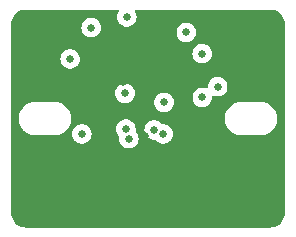
<source format=gbr>
%TF.GenerationSoftware,KiCad,Pcbnew,7.0.6*%
%TF.CreationDate,2024-06-20T12:42:18-04:00*%
%TF.ProjectId,ActiveImpactor_Encoder_Celera,41637469-7665-4496-9d70-6163746f725f,rev?*%
%TF.SameCoordinates,Original*%
%TF.FileFunction,Copper,L2,Inr*%
%TF.FilePolarity,Positive*%
%FSLAX46Y46*%
G04 Gerber Fmt 4.6, Leading zero omitted, Abs format (unit mm)*
G04 Created by KiCad (PCBNEW 7.0.6) date 2024-06-20 12:42:18*
%MOMM*%
%LPD*%
G01*
G04 APERTURE LIST*
%TA.AperFunction,ViaPad*%
%ADD10C,0.650000*%
%TD*%
G04 APERTURE END LIST*
D10*
%TO.N,Net-(D101-K)*%
X-5600000Y-1300000D03*
%TO.N,GND*%
X1451289Y4365147D03*
%TO.N,A+*%
X5900000Y2700000D03*
%TO.N,A-*%
X4604502Y1800000D03*
%TO.N,IW-*%
X4600000Y5500000D03*
%TO.N,IW+*%
X3250000Y7300000D03*
%TO.N,B+*%
X-4800000Y7700000D03*
%TO.N,B-*%
X-1800000Y8600000D03*
%TO.N,Net-(U101-+5VD)*%
X-6592955Y5048341D03*
%TO.N,GND*%
X-2100000Y3100000D03*
X-1500000Y700000D03*
X-6600000Y6600000D03*
%TO.N,Net-(U101-CP+)*%
X1362180Y1370023D03*
%TO.N,Net-(D101-A)*%
X-1870888Y-887165D03*
%TO.N,+5V*%
X519184Y-965365D03*
%TO.N,Net-(U101-S+)*%
X-1949124Y2134051D03*
%TO.N,Net-(U101-DC2)*%
X1300000Y-1300000D03*
%TO.N,GND*%
X2500000Y-2900000D03*
X4500000Y-3400000D03*
X-274500Y-1499500D03*
%TO.N,Net-(U101-DC1)*%
X-1624000Y-1700000D03*
%TD*%
%TA.AperFunction,Conductor*%
%TO.N,GND*%
G36*
X-2540385Y9204815D02*
G01*
X-2494630Y9152011D01*
X-2484686Y9082853D01*
X-2500036Y9038500D01*
X-2558286Y8937611D01*
X-2611908Y8772576D01*
X-2630047Y8600000D01*
X-2611908Y8427424D01*
X-2558286Y8262389D01*
X-2471523Y8112112D01*
X-2355411Y7983156D01*
X-2215023Y7881157D01*
X-2056504Y7810579D01*
X-2056498Y7810577D01*
X-1922841Y7782168D01*
X-1886764Y7774500D01*
X-1886763Y7774500D01*
X-1713237Y7774500D01*
X-1713236Y7774500D01*
X-1683483Y7780824D01*
X-1543501Y7810577D01*
X-1543495Y7810579D01*
X-1384976Y7881157D01*
X-1244588Y7983156D01*
X-1128477Y8112112D01*
X-1041712Y8262391D01*
X-988093Y8427420D01*
X-988092Y8427421D01*
X-988092Y8427424D01*
X-969953Y8600000D01*
X-988092Y8772576D01*
X-989382Y8776547D01*
X-1041712Y8937608D01*
X-1099963Y9038500D01*
X-1116436Y9106400D01*
X-1093584Y9172427D01*
X-1038662Y9215617D01*
X-992576Y9224500D01*
X10271155Y9224500D01*
X10316310Y9224500D01*
X10321177Y9224309D01*
X10510353Y9209420D01*
X10529571Y9206376D01*
X10706965Y9163788D01*
X10725472Y9157775D01*
X10894017Y9087960D01*
X10911352Y9079127D01*
X11066910Y8983802D01*
X11082653Y8972364D01*
X11221375Y8853883D01*
X11235133Y8840125D01*
X11353614Y8701403D01*
X11365052Y8685660D01*
X11460377Y8530102D01*
X11469210Y8512767D01*
X11539025Y8344222D01*
X11545038Y8325715D01*
X11587626Y8148321D01*
X11590670Y8129103D01*
X11605559Y7939926D01*
X11605750Y7935059D01*
X11605750Y-7935059D01*
X11605559Y-7939926D01*
X11590670Y-8129103D01*
X11587626Y-8148321D01*
X11545038Y-8325715D01*
X11539025Y-8344222D01*
X11469210Y-8512767D01*
X11460377Y-8530102D01*
X11365052Y-8685660D01*
X11353614Y-8701403D01*
X11235133Y-8840125D01*
X11221375Y-8853883D01*
X11082653Y-8972364D01*
X11066910Y-8983802D01*
X10911352Y-9079127D01*
X10894017Y-9087960D01*
X10725472Y-9157775D01*
X10706965Y-9163788D01*
X10529571Y-9206376D01*
X10510353Y-9209420D01*
X10321177Y-9224309D01*
X10316310Y-9224500D01*
X-10316310Y-9224500D01*
X-10321177Y-9224309D01*
X-10510353Y-9209420D01*
X-10529571Y-9206376D01*
X-10706965Y-9163788D01*
X-10725472Y-9157775D01*
X-10894017Y-9087960D01*
X-10911352Y-9079127D01*
X-11066910Y-8983802D01*
X-11082653Y-8972364D01*
X-11221375Y-8853883D01*
X-11235133Y-8840125D01*
X-11353614Y-8701403D01*
X-11365052Y-8685660D01*
X-11460377Y-8530102D01*
X-11469210Y-8512767D01*
X-11539025Y-8344222D01*
X-11545038Y-8325715D01*
X-11587626Y-8148321D01*
X-11590670Y-8129103D01*
X-11605559Y-7939926D01*
X-11605750Y-7935059D01*
X-11605750Y-112611D01*
X-10955800Y-112611D01*
X-10936227Y-236183D01*
X-10920569Y-335046D01*
X-10850974Y-549236D01*
X-10748730Y-749902D01*
X-10616353Y-932103D01*
X-10457103Y-1091353D01*
X-10274902Y-1223730D01*
X-10074236Y-1325974D01*
X-9860046Y-1395569D01*
X-9761183Y-1411227D01*
X-9637611Y-1430800D01*
X-9637606Y-1430800D01*
X-7824889Y-1430800D01*
X-7685869Y-1408780D01*
X-7602454Y-1395569D01*
X-7388264Y-1325974D01*
X-7337287Y-1300000D01*
X-6430047Y-1300000D01*
X-6411908Y-1472576D01*
X-6358286Y-1637611D01*
X-6271522Y-1787889D01*
X-6155410Y-1916845D01*
X-6015024Y-2018842D01*
X-5972868Y-2037611D01*
X-5856504Y-2089420D01*
X-5856501Y-2089420D01*
X-5856499Y-2089422D01*
X-5686764Y-2125500D01*
X-5686762Y-2125500D01*
X-5513237Y-2125500D01*
X-5513236Y-2125500D01*
X-5343501Y-2089422D01*
X-5343495Y-2089420D01*
X-5184976Y-2018842D01*
X-5044590Y-1916845D01*
X-4928478Y-1787889D01*
X-4877734Y-1699999D01*
X-4841712Y-1637608D01*
X-4788093Y-1472579D01*
X-4788092Y-1472576D01*
X-4769953Y-1300000D01*
X-4788092Y-1127424D01*
X-4788093Y-1127420D01*
X-4841712Y-962391D01*
X-4885144Y-887165D01*
X-2700935Y-887165D01*
X-2682796Y-1059741D01*
X-2629174Y-1224776D01*
X-2542410Y-1375054D01*
X-2469641Y-1455871D01*
X-2439411Y-1518862D01*
X-2438470Y-1551800D01*
X-2454047Y-1700000D01*
X-2435908Y-1872576D01*
X-2382286Y-2037611D01*
X-2295522Y-2187889D01*
X-2179410Y-2316845D01*
X-2039024Y-2418842D01*
X-1933899Y-2465646D01*
X-1880504Y-2489420D01*
X-1880501Y-2489420D01*
X-1880499Y-2489422D01*
X-1710764Y-2525500D01*
X-1710762Y-2525500D01*
X-1537237Y-2525500D01*
X-1537236Y-2525500D01*
X-1367501Y-2489422D01*
X-1367495Y-2489420D01*
X-1208976Y-2418842D01*
X-1068590Y-2316845D01*
X-952478Y-2187889D01*
X-865714Y-2037611D01*
X-865712Y-2037608D01*
X-812093Y-1872579D01*
X-812092Y-1872576D01*
X-793953Y-1700000D01*
X-812092Y-1527424D01*
X-814874Y-1518862D01*
X-865712Y-1362391D01*
X-952476Y-1212112D01*
X-952481Y-1212105D01*
X-1025247Y-1131290D01*
X-1055476Y-1068298D01*
X-1056417Y-1035357D01*
X-1049060Y-965365D01*
X-310863Y-965365D01*
X-292724Y-1137941D01*
X-239102Y-1302976D01*
X-152338Y-1453254D01*
X-36226Y-1582210D01*
X104160Y-1684206D01*
X104160Y-1684207D01*
X262679Y-1754785D01*
X262685Y-1754787D01*
X432420Y-1790865D01*
X432421Y-1790865D01*
X575949Y-1790865D01*
X642988Y-1810550D01*
X668099Y-1831893D01*
X744590Y-1916845D01*
X884976Y-2018842D01*
X1043495Y-2089420D01*
X1043501Y-2089422D01*
X1213236Y-2125500D01*
X1213237Y-2125500D01*
X1386762Y-2125500D01*
X1386764Y-2125500D01*
X1556499Y-2089422D01*
X1556501Y-2089420D01*
X1556504Y-2089420D01*
X1672868Y-2037611D01*
X1715024Y-2018842D01*
X1855410Y-1916845D01*
X1971522Y-1787889D01*
X2058286Y-1637611D01*
X2111908Y-1472576D01*
X2130047Y-1300000D01*
X2111908Y-1127424D01*
X2058286Y-962389D01*
X1971522Y-812111D01*
X1954125Y-792789D01*
X1855411Y-683156D01*
X1715023Y-581157D01*
X1556504Y-510579D01*
X1556498Y-510577D01*
X1408358Y-479090D01*
X1386764Y-474500D01*
X1243235Y-474500D01*
X1176196Y-454815D01*
X1151085Y-433472D01*
X1074595Y-348521D01*
X1056048Y-335046D01*
X934208Y-246523D01*
X934207Y-246522D01*
X775688Y-175944D01*
X775682Y-175942D01*
X642025Y-147533D01*
X605948Y-139865D01*
X432420Y-139865D01*
X402667Y-146189D01*
X262685Y-175942D01*
X262680Y-175944D01*
X104161Y-246522D01*
X104156Y-246525D01*
X-36224Y-348518D01*
X-36226Y-348520D01*
X-152338Y-477476D01*
X-239102Y-627754D01*
X-292724Y-792789D01*
X-310863Y-965365D01*
X-1049060Y-965365D01*
X-1040841Y-887165D01*
X-1058980Y-714589D01*
X-1058981Y-714585D01*
X-1112600Y-549556D01*
X-1199365Y-399277D01*
X-1199364Y-399277D01*
X-1315476Y-270321D01*
X-1455864Y-168322D01*
X-1580992Y-112611D01*
X6506700Y-112611D01*
X6541930Y-335042D01*
X6541931Y-335046D01*
X6611526Y-549236D01*
X6713770Y-749902D01*
X6846147Y-932103D01*
X7005397Y-1091353D01*
X7187598Y-1223730D01*
X7388264Y-1325974D01*
X7602454Y-1395569D01*
X7685869Y-1408780D01*
X7824889Y-1430800D01*
X7824894Y-1430800D01*
X9637611Y-1430800D01*
X9761183Y-1411227D01*
X9860046Y-1395569D01*
X10074236Y-1325974D01*
X10274902Y-1223730D01*
X10457103Y-1091353D01*
X10616353Y-932103D01*
X10748730Y-749902D01*
X10850974Y-549236D01*
X10920569Y-335046D01*
X10936227Y-236183D01*
X10955800Y-112611D01*
X10955800Y112611D01*
X10933022Y256422D01*
X10920569Y335046D01*
X10850974Y549236D01*
X10748730Y749902D01*
X10616353Y932103D01*
X10457103Y1091353D01*
X10274902Y1223730D01*
X10074236Y1325974D01*
X9860046Y1395569D01*
X9761183Y1411227D01*
X9637611Y1430800D01*
X9637606Y1430800D01*
X9581173Y1430800D01*
X7985095Y1430800D01*
X7937500Y1430800D01*
X7824894Y1430800D01*
X7824889Y1430800D01*
X7685869Y1408780D01*
X7602454Y1395569D01*
X7388264Y1325974D01*
X7187598Y1223730D01*
X7005397Y1091353D01*
X6846147Y932103D01*
X6713770Y749902D01*
X6611526Y549236D01*
X6541931Y335046D01*
X6541930Y335042D01*
X6506700Y112611D01*
X6506700Y-112611D01*
X-1580992Y-112611D01*
X-1614383Y-97744D01*
X-1614389Y-97742D01*
X-1754371Y-67989D01*
X-1784124Y-61665D01*
X-1957652Y-61665D01*
X-1993729Y-69333D01*
X-2127386Y-97742D01*
X-2127391Y-97744D01*
X-2285910Y-168322D01*
X-2285915Y-168325D01*
X-2426296Y-270318D01*
X-2426298Y-270320D01*
X-2542410Y-399276D01*
X-2629174Y-549554D01*
X-2682796Y-714589D01*
X-2700935Y-887165D01*
X-4885144Y-887165D01*
X-4928477Y-812112D01*
X-4928476Y-812112D01*
X-5044588Y-683156D01*
X-5184976Y-581157D01*
X-5343495Y-510579D01*
X-5343501Y-510577D01*
X-5491642Y-479090D01*
X-5513236Y-474500D01*
X-5686764Y-474500D01*
X-5708358Y-479090D01*
X-5856498Y-510577D01*
X-5856503Y-510579D01*
X-6015022Y-581157D01*
X-6015027Y-581160D01*
X-6155408Y-683153D01*
X-6155410Y-683155D01*
X-6271522Y-812111D01*
X-6358286Y-962389D01*
X-6411908Y-1127424D01*
X-6430047Y-1300000D01*
X-7337287Y-1300000D01*
X-7187598Y-1223730D01*
X-7005397Y-1091353D01*
X-6846147Y-932103D01*
X-6713770Y-749902D01*
X-6611526Y-549236D01*
X-6541931Y-335046D01*
X-6541930Y-335042D01*
X-6506700Y-112611D01*
X-6506700Y112611D01*
X-6541930Y335042D01*
X-6541931Y335046D01*
X-6611526Y549236D01*
X-6713770Y749902D01*
X-6846147Y932103D01*
X-7005397Y1091353D01*
X-7187598Y1223730D01*
X-7388264Y1325974D01*
X-7602454Y1395569D01*
X-7685869Y1408780D01*
X-7824889Y1430800D01*
X-7824894Y1430800D01*
X-7881327Y1430800D01*
X-9477405Y1430800D01*
X-9525000Y1430800D01*
X-9637606Y1430800D01*
X-9637611Y1430800D01*
X-9761183Y1411227D01*
X-9860046Y1395569D01*
X-10074236Y1325974D01*
X-10274902Y1223730D01*
X-10457103Y1091353D01*
X-10616353Y932103D01*
X-10748730Y749902D01*
X-10850974Y549236D01*
X-10920569Y335046D01*
X-10933022Y256422D01*
X-10955800Y112611D01*
X-10955800Y-112611D01*
X-11605750Y-112611D01*
X-11605750Y2134051D01*
X-2779171Y2134051D01*
X-2761032Y1961475D01*
X-2732773Y1874500D01*
X-2710679Y1806499D01*
X-2707410Y1796440D01*
X-2620647Y1646163D01*
X-2504535Y1517207D01*
X-2364147Y1415208D01*
X-2205628Y1344630D01*
X-2205622Y1344628D01*
X-2071964Y1316219D01*
X-2035888Y1308551D01*
X-2035887Y1308551D01*
X-1862361Y1308551D01*
X-1862360Y1308551D01*
X-1832607Y1314875D01*
X-1692625Y1344628D01*
X-1692619Y1344630D01*
X-1635586Y1370023D01*
X532133Y1370023D01*
X550272Y1197447D01*
X550272Y1197444D01*
X550273Y1197443D01*
X603892Y1032414D01*
X690657Y882135D01*
X690656Y882135D01*
X806768Y753179D01*
X947156Y651180D01*
X1105675Y580602D01*
X1105681Y580600D01*
X1245663Y550847D01*
X1275416Y544523D01*
X1275417Y544523D01*
X1448943Y544523D01*
X1448944Y544523D01*
X1485021Y552191D01*
X1618678Y580600D01*
X1618684Y580602D01*
X1777203Y651180D01*
X1917591Y753179D01*
X1929155Y766023D01*
X2033702Y882134D01*
X2120466Y1032412D01*
X2174088Y1197447D01*
X2192227Y1370023D01*
X2174088Y1542599D01*
X2120466Y1707634D01*
X2067138Y1800000D01*
X3774455Y1800000D01*
X3792594Y1627424D01*
X3792594Y1627421D01*
X3792595Y1627420D01*
X3846214Y1462391D01*
X3932979Y1312112D01*
X3932978Y1312112D01*
X4049090Y1183156D01*
X4189478Y1081157D01*
X4347997Y1010579D01*
X4348003Y1010577D01*
X4487985Y980824D01*
X4517738Y974500D01*
X4517739Y974500D01*
X4691265Y974500D01*
X4691266Y974500D01*
X4727343Y982168D01*
X4861000Y1010577D01*
X4861006Y1010579D01*
X5019525Y1081157D01*
X5159913Y1183156D01*
X5196446Y1223730D01*
X5276024Y1312111D01*
X5362788Y1462389D01*
X5416410Y1627424D01*
X5434549Y1800000D01*
X5434549Y1800003D01*
X5434549Y1806499D01*
X5435739Y1806499D01*
X5447107Y1868718D01*
X5494831Y1919750D01*
X5562568Y1936879D01*
X5608301Y1926249D01*
X5643499Y1910578D01*
X5643501Y1910577D01*
X5783483Y1880824D01*
X5813236Y1874500D01*
X5813237Y1874500D01*
X5986763Y1874500D01*
X5986764Y1874500D01*
X6022841Y1882168D01*
X6156498Y1910577D01*
X6156504Y1910579D01*
X6315023Y1981157D01*
X6455411Y2083156D01*
X6466975Y2096000D01*
X6571522Y2212111D01*
X6658286Y2362389D01*
X6711908Y2527424D01*
X6730047Y2700000D01*
X6711908Y2872576D01*
X6658286Y3037611D01*
X6571522Y3187889D01*
X6455410Y3316845D01*
X6315024Y3418842D01*
X6209899Y3465646D01*
X6156504Y3489420D01*
X6156501Y3489420D01*
X6156499Y3489422D01*
X5986764Y3525500D01*
X5813236Y3525500D01*
X5643501Y3489422D01*
X5643496Y3489420D01*
X5484977Y3418842D01*
X5484972Y3418839D01*
X5344591Y3316846D01*
X5344590Y3316845D01*
X5228478Y3187889D01*
X5228477Y3187887D01*
X5141712Y3037608D01*
X5116351Y2959551D01*
X5088092Y2872576D01*
X5069953Y2700000D01*
X5069953Y2699999D01*
X5069954Y2699992D01*
X5069953Y2699986D01*
X5069953Y2693501D01*
X5068767Y2693501D01*
X5057384Y2631262D01*
X5009652Y2580239D01*
X4941912Y2563121D01*
X4896197Y2573752D01*
X4861006Y2589420D01*
X4861003Y2589420D01*
X4861001Y2589422D01*
X4691266Y2625500D01*
X4517738Y2625500D01*
X4348002Y2589422D01*
X4348003Y2589422D01*
X4347998Y2589420D01*
X4189479Y2518842D01*
X4189474Y2518839D01*
X4096073Y2450979D01*
X4049092Y2416845D01*
X3932980Y2287889D01*
X3932979Y2287887D01*
X3846214Y2137608D01*
X3797238Y1986869D01*
X3792594Y1972576D01*
X3774455Y1800000D01*
X2067138Y1800000D01*
X2033702Y1857912D01*
X1917590Y1986868D01*
X1777204Y2088865D01*
X1667719Y2137611D01*
X1618684Y2159443D01*
X1618681Y2159443D01*
X1618679Y2159445D01*
X1448944Y2195523D01*
X1275416Y2195523D01*
X1105681Y2159445D01*
X1105676Y2159443D01*
X947157Y2088865D01*
X947152Y2088862D01*
X806771Y1986869D01*
X806770Y1986868D01*
X690658Y1857912D01*
X690657Y1857910D01*
X603892Y1707631D01*
X577831Y1627420D01*
X550272Y1542599D01*
X532133Y1370023D01*
X-1635586Y1370023D01*
X-1534100Y1415208D01*
X-1393712Y1517207D01*
X-1277601Y1646163D01*
X-1190836Y1796442D01*
X-1137217Y1961471D01*
X-1137216Y1961472D01*
X-1137216Y1961475D01*
X-1119077Y2134051D01*
X-1137216Y2306627D01*
X-1138506Y2310598D01*
X-1190836Y2471659D01*
X-1277601Y2621938D01*
X-1277600Y2621938D01*
X-1393712Y2750894D01*
X-1393713Y2750895D01*
X-1393714Y2750896D01*
X-1534100Y2852893D01*
X-1692619Y2923471D01*
X-1692625Y2923473D01*
X-1862360Y2959551D01*
X-2035888Y2959551D01*
X-2205623Y2923473D01*
X-2364147Y2852893D01*
X-2504534Y2750896D01*
X-2620646Y2621940D01*
X-2707410Y2471662D01*
X-2761032Y2306627D01*
X-2779171Y2134051D01*
X-11605750Y2134051D01*
X-11605750Y5048341D01*
X-7423002Y5048341D01*
X-7404863Y4875765D01*
X-7351241Y4710730D01*
X-7264478Y4560453D01*
X-7148366Y4431497D01*
X-7007978Y4329498D01*
X-6849459Y4258920D01*
X-6849453Y4258918D01*
X-6715795Y4230509D01*
X-6679719Y4222841D01*
X-6679718Y4222841D01*
X-6506192Y4222841D01*
X-6506191Y4222841D01*
X-6476438Y4229165D01*
X-6336456Y4258918D01*
X-6336450Y4258920D01*
X-6177931Y4329498D01*
X-6037543Y4431497D01*
X-5921432Y4560453D01*
X-5834667Y4710732D01*
X-5781048Y4875761D01*
X-5781047Y4875762D01*
X-5781047Y4875765D01*
X-5762908Y5048341D01*
X-5781047Y5220917D01*
X-5815652Y5327424D01*
X-5834667Y5385949D01*
X-5900515Y5500000D01*
X3769953Y5500000D01*
X3788092Y5327424D01*
X3788092Y5327421D01*
X3788093Y5327420D01*
X3841712Y5162391D01*
X3928477Y5012112D01*
X3928476Y5012112D01*
X4044588Y4883156D01*
X4184976Y4781157D01*
X4343495Y4710579D01*
X4343501Y4710577D01*
X4483483Y4680824D01*
X4513236Y4674500D01*
X4513237Y4674500D01*
X4686763Y4674500D01*
X4686764Y4674500D01*
X4722841Y4682168D01*
X4856498Y4710577D01*
X4856504Y4710579D01*
X5015023Y4781157D01*
X5145233Y4875761D01*
X5155410Y4883155D01*
X5271522Y5012111D01*
X5358286Y5162389D01*
X5411908Y5327424D01*
X5430047Y5500000D01*
X5411908Y5672576D01*
X5358286Y5837611D01*
X5271522Y5987889D01*
X5155410Y6116845D01*
X5015024Y6218842D01*
X4909899Y6265646D01*
X4856504Y6289420D01*
X4856501Y6289420D01*
X4856499Y6289422D01*
X4686764Y6325500D01*
X4513236Y6325500D01*
X4343501Y6289422D01*
X4343496Y6289420D01*
X4184977Y6218842D01*
X4184972Y6218839D01*
X4044591Y6116846D01*
X4044590Y6116845D01*
X3928478Y5987889D01*
X3928477Y5987887D01*
X3841712Y5837608D01*
X3789382Y5676547D01*
X3788092Y5672576D01*
X3769953Y5500000D01*
X-5900515Y5500000D01*
X-5921432Y5536228D01*
X-5921431Y5536228D01*
X-6037543Y5665184D01*
X-6037544Y5665185D01*
X-6037545Y5665186D01*
X-6177931Y5767183D01*
X-6336450Y5837761D01*
X-6336456Y5837763D01*
X-6506191Y5873841D01*
X-6679719Y5873841D01*
X-6849454Y5837763D01*
X-7007978Y5767183D01*
X-7148365Y5665186D01*
X-7264477Y5536230D01*
X-7351241Y5385952D01*
X-7404863Y5220917D01*
X-7423002Y5048341D01*
X-11605750Y5048341D01*
X-11605750Y7700000D01*
X-5630047Y7700000D01*
X-5611908Y7527424D01*
X-5558286Y7362389D01*
X-5471523Y7212112D01*
X-5355411Y7083156D01*
X-5215023Y6981157D01*
X-5056504Y6910579D01*
X-5056498Y6910577D01*
X-4922841Y6882168D01*
X-4886764Y6874500D01*
X-4886763Y6874500D01*
X-4713237Y6874500D01*
X-4713236Y6874500D01*
X-4683483Y6880824D01*
X-4543501Y6910577D01*
X-4543495Y6910579D01*
X-4384976Y6981157D01*
X-4244588Y7083156D01*
X-4128477Y7212112D01*
X-4077734Y7300000D01*
X2419953Y7300000D01*
X2438092Y7127424D01*
X2438092Y7127421D01*
X2438093Y7127420D01*
X2491712Y6962391D01*
X2578477Y6812112D01*
X2578476Y6812112D01*
X2694588Y6683156D01*
X2834976Y6581157D01*
X2993495Y6510579D01*
X2993501Y6510577D01*
X3133483Y6480824D01*
X3163236Y6474500D01*
X3163237Y6474500D01*
X3336763Y6474500D01*
X3336764Y6474500D01*
X3372841Y6482168D01*
X3506498Y6510577D01*
X3506504Y6510579D01*
X3665023Y6581157D01*
X3805411Y6683156D01*
X3816975Y6696000D01*
X3921522Y6812111D01*
X4008286Y6962389D01*
X4014385Y6981158D01*
X4047524Y7083155D01*
X4061908Y7127424D01*
X4080047Y7300000D01*
X4061908Y7472576D01*
X4008286Y7637611D01*
X3921522Y7787889D01*
X3805410Y7916845D01*
X3665024Y8018842D01*
X3559899Y8065646D01*
X3506504Y8089420D01*
X3506501Y8089420D01*
X3506499Y8089422D01*
X3336764Y8125500D01*
X3163236Y8125500D01*
X2993501Y8089422D01*
X2993496Y8089420D01*
X2834977Y8018842D01*
X2834972Y8018839D01*
X2761343Y7965344D01*
X2694590Y7916845D01*
X2578478Y7787889D01*
X2578477Y7787887D01*
X2491712Y7637608D01*
X2439382Y7476547D01*
X2438092Y7472576D01*
X2419953Y7300000D01*
X-4077734Y7300000D01*
X-4041712Y7362391D01*
X-3988093Y7527420D01*
X-3988092Y7527421D01*
X-3988092Y7527424D01*
X-3969953Y7700000D01*
X-3988092Y7872576D01*
X-4002475Y7916844D01*
X-4041712Y8037608D01*
X-4128477Y8187887D01*
X-4128476Y8187887D01*
X-4244588Y8316843D01*
X-4244589Y8316844D01*
X-4244590Y8316845D01*
X-4384976Y8418842D01*
X-4404251Y8427424D01*
X-4543495Y8489420D01*
X-4543501Y8489422D01*
X-4713236Y8525500D01*
X-4886764Y8525500D01*
X-5056499Y8489422D01*
X-5215023Y8418842D01*
X-5355410Y8316845D01*
X-5471522Y8187889D01*
X-5558286Y8037611D01*
X-5611908Y7872576D01*
X-5630047Y7700000D01*
X-11605750Y7700000D01*
X-11605750Y7935059D01*
X-11605559Y7939926D01*
X-11590670Y8129103D01*
X-11587626Y8148321D01*
X-11545038Y8325715D01*
X-11539025Y8344222D01*
X-11469210Y8512767D01*
X-11460377Y8530102D01*
X-11365052Y8685660D01*
X-11353614Y8701403D01*
X-11235133Y8840125D01*
X-11221375Y8853883D01*
X-11082653Y8972364D01*
X-11066910Y8983802D01*
X-10911352Y9079127D01*
X-10894017Y9087960D01*
X-10725472Y9157775D01*
X-10706965Y9163788D01*
X-10529571Y9206376D01*
X-10510353Y9209420D01*
X-10321177Y9224309D01*
X-10316310Y9224500D01*
X-10271155Y9224500D01*
X-2607424Y9224500D01*
X-2540385Y9204815D01*
G37*
%TD.AperFunction*%
%TD*%
M02*

</source>
